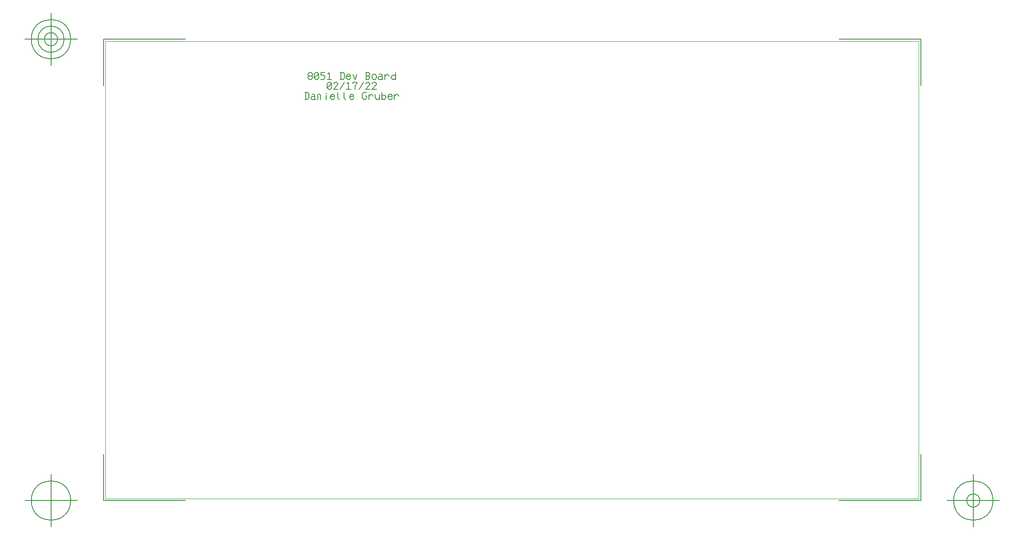
<source format=gbr>
G04 Generated by Ultiboard 13.0 *
%FSLAX24Y24*%
%MOIN*%

%ADD11C,0.0001*%
%ADD12C,0.0050*%


G04 ColorRGB 00FFFF for the following layer *
%LNBoard Outline*%
%LPD*%
G54D10*
G54D11*
X-200Y-800D02*
X60800Y-800D01*
X60800Y33500D01*
X-200Y33500D01*
X-200Y-800D01*
G54D12*
X15207Y30636D02*
X15100Y30636D01*
X14993Y30743D01*
X14993Y30850D01*
X15047Y30904D01*
X14993Y30957D01*
X14993Y31064D01*
X15100Y31171D01*
X15207Y31171D01*
X15313Y31064D01*
X15313Y30957D01*
X15260Y30904D01*
X15313Y30850D01*
X15313Y30743D01*
X15207Y30636D01*
X15047Y30904D02*
X15260Y30904D01*
X15473Y31064D02*
X15580Y31171D01*
X15687Y31171D01*
X15793Y31064D01*
X15793Y30743D01*
X15687Y30636D01*
X15580Y30636D01*
X15473Y30743D01*
X15473Y31064D01*
X15793Y31064D02*
X15473Y30743D01*
X16273Y31171D02*
X15953Y31171D01*
X15953Y30957D01*
X16167Y30957D01*
X16273Y30850D01*
X16273Y30743D01*
X16167Y30636D01*
X15953Y30636D01*
X16487Y31064D02*
X16593Y31171D01*
X16593Y30636D01*
X16433Y30636D02*
X16753Y30636D01*
X17393Y30636D02*
X17607Y30636D01*
X17713Y30743D01*
X17713Y31064D01*
X17607Y31171D01*
X17393Y31171D01*
X17447Y31171D02*
X17447Y30636D01*
X18193Y30743D02*
X18087Y30636D01*
X17980Y30636D01*
X17873Y30743D01*
X17873Y30904D01*
X17980Y31011D01*
X18087Y31011D01*
X18193Y30904D01*
X18140Y30850D01*
X17873Y30850D01*
X18353Y31011D02*
X18513Y30636D01*
X18673Y31011D01*
X19313Y30636D02*
X19527Y30636D01*
X19633Y30743D01*
X19633Y30796D01*
X19527Y30904D01*
X19633Y31011D01*
X19633Y31064D01*
X19527Y31171D01*
X19367Y31171D01*
X19313Y31171D01*
X19367Y30904D02*
X19527Y30904D01*
X19367Y31171D02*
X19367Y30636D01*
X19793Y30743D02*
X19900Y30636D01*
X20007Y30636D01*
X20113Y30743D01*
X20113Y30904D01*
X20007Y31011D01*
X19900Y31011D01*
X19793Y30904D01*
X19793Y30743D01*
X20327Y31011D02*
X20487Y31011D01*
X20540Y30957D01*
X20540Y30689D01*
X20487Y30636D01*
X20327Y30636D01*
X20273Y30689D01*
X20273Y30796D01*
X20327Y30850D01*
X20540Y30850D01*
X20540Y30689D02*
X20593Y30636D01*
X20753Y30850D02*
X20913Y31011D01*
X20967Y31011D01*
X21073Y30904D01*
X20753Y30636D02*
X20753Y31011D01*
X21553Y30743D02*
X21447Y30636D01*
X21340Y30636D01*
X21233Y30743D01*
X21233Y30850D01*
X21340Y30957D01*
X21447Y30957D01*
X21553Y30850D01*
X21553Y31171D02*
X21553Y30636D01*
X16433Y30314D02*
X16540Y30421D01*
X16647Y30421D01*
X16753Y30314D01*
X16753Y29993D01*
X16647Y29886D01*
X16540Y29886D01*
X16433Y29993D01*
X16433Y30314D01*
X16753Y30314D02*
X16433Y29993D01*
X16913Y30314D02*
X17020Y30421D01*
X17127Y30421D01*
X17233Y30314D01*
X17233Y30261D01*
X16913Y29886D01*
X17233Y29886D01*
X17233Y29939D01*
X17713Y30421D02*
X17393Y29886D01*
X17927Y30314D02*
X18033Y30421D01*
X18033Y29886D01*
X17873Y29886D02*
X18193Y29886D01*
X18513Y29886D02*
X18513Y30154D01*
X18673Y30314D01*
X18673Y30421D01*
X18353Y30421D01*
X18353Y30314D01*
X19153Y30421D02*
X18833Y29886D01*
X19313Y30314D02*
X19420Y30421D01*
X19527Y30421D01*
X19633Y30314D01*
X19633Y30261D01*
X19313Y29886D01*
X19633Y29886D01*
X19633Y29939D01*
X19793Y30314D02*
X19900Y30421D01*
X20007Y30421D01*
X20113Y30314D01*
X20113Y30261D01*
X19793Y29886D01*
X20113Y29886D01*
X20113Y29939D01*
X14753Y29136D02*
X14967Y29136D01*
X15073Y29243D01*
X15073Y29564D01*
X14967Y29671D01*
X14753Y29671D01*
X14807Y29671D02*
X14807Y29136D01*
X15287Y29511D02*
X15447Y29511D01*
X15500Y29457D01*
X15500Y29189D01*
X15447Y29136D01*
X15287Y29136D01*
X15233Y29189D01*
X15233Y29296D01*
X15287Y29350D01*
X15500Y29350D01*
X15500Y29189D02*
X15553Y29136D01*
X15713Y29136D02*
X15713Y29457D01*
X15713Y29511D01*
X15713Y29457D02*
X15767Y29511D01*
X15873Y29511D01*
X15927Y29457D01*
X15927Y29136D01*
X16353Y29136D02*
X16353Y29457D01*
X16353Y29564D02*
X16353Y29618D01*
X16993Y29243D02*
X16887Y29136D01*
X16780Y29136D01*
X16673Y29243D01*
X16673Y29404D01*
X16780Y29511D01*
X16887Y29511D01*
X16993Y29404D01*
X16940Y29350D01*
X16673Y29350D01*
X17207Y29671D02*
X17207Y29243D01*
X17313Y29136D01*
X17687Y29671D02*
X17687Y29243D01*
X17793Y29136D01*
X18433Y29243D02*
X18327Y29136D01*
X18220Y29136D01*
X18113Y29243D01*
X18113Y29404D01*
X18220Y29511D01*
X18327Y29511D01*
X18433Y29404D01*
X18380Y29350D01*
X18113Y29350D01*
X19287Y29404D02*
X19393Y29404D01*
X19393Y29243D01*
X19287Y29136D01*
X19180Y29136D01*
X19073Y29243D01*
X19073Y29564D01*
X19180Y29671D01*
X19393Y29671D01*
X19553Y29350D02*
X19713Y29511D01*
X19767Y29511D01*
X19873Y29404D01*
X19553Y29136D02*
X19553Y29511D01*
X20033Y29511D02*
X20033Y29243D01*
X20140Y29136D01*
X20247Y29136D01*
X20353Y29243D01*
X20353Y29511D01*
X20353Y29243D02*
X20353Y29136D01*
X20513Y29243D02*
X20620Y29136D01*
X20727Y29136D01*
X20833Y29243D01*
X20833Y29350D01*
X20727Y29457D01*
X20620Y29457D01*
X20513Y29350D01*
X20513Y29671D02*
X20513Y29136D01*
X21313Y29243D02*
X21207Y29136D01*
X21100Y29136D01*
X20993Y29243D01*
X20993Y29404D01*
X21100Y29511D01*
X21207Y29511D01*
X21313Y29404D01*
X21260Y29350D01*
X20993Y29350D01*
X21473Y29350D02*
X21633Y29511D01*
X21687Y29511D01*
X21793Y29404D01*
X21473Y29136D02*
X21473Y29511D01*
X-350Y-950D02*
X-350Y2510D01*
X-350Y-950D02*
X5780Y-950D01*
X60950Y-950D02*
X54820Y-950D01*
X60950Y-950D02*
X60950Y2510D01*
X60950Y33650D02*
X60950Y30190D01*
X60950Y33650D02*
X54820Y33650D01*
X-350Y33650D02*
X5780Y33650D01*
X-350Y33650D02*
X-350Y30190D01*
X-2319Y-950D02*
X-6256Y-950D01*
X-4287Y-2919D02*
X-4287Y1019D01*
X-5763Y-950D02*
G75*
D01*
G02X-5763Y-950I1476J0*
G01*
X62919Y-950D02*
X66856Y-950D01*
X64887Y-2919D02*
X64887Y1019D01*
X63411Y-950D02*
G75*
D01*
G02X63411Y-950I1476J0*
G01*
X64395Y-950D02*
G75*
D01*
G02X64395Y-950I492J0*
G01*
X-2319Y33650D02*
X-6256Y33650D01*
X-4287Y31681D02*
X-4287Y35619D01*
X-5763Y33650D02*
G75*
D01*
G02X-5763Y33650I1476J0*
G01*
X-5271Y33650D02*
G75*
D01*
G02X-5271Y33650I984J0*
G01*
X-4779Y33650D02*
G75*
D01*
G02X-4779Y33650I492J0*
G01*

M02*

</source>
